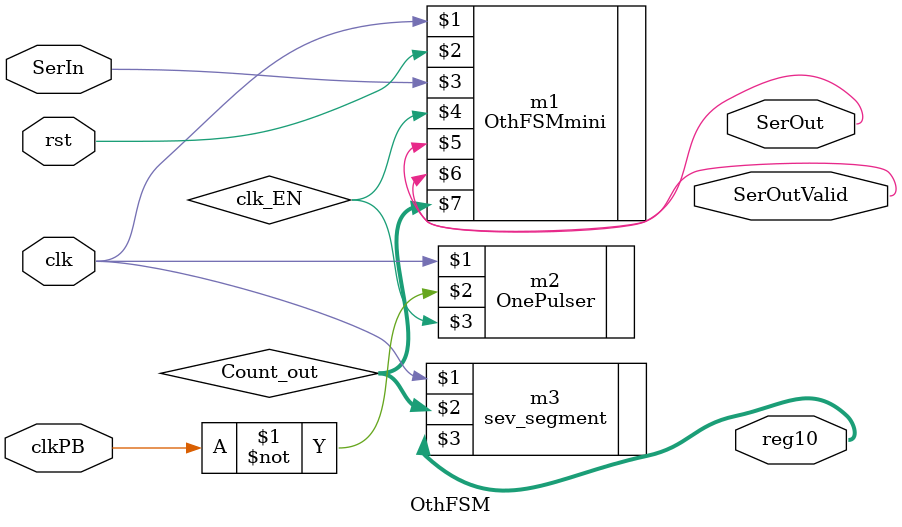
<source format=sv>
module OthFSM( input clk,rst,clkPB,SerIn,output reg SerOut, SerOutValid, output reg [6:0] reg10);
	 
	wire clk_EN;
	wire[3:0] Count_out;
	OthFSMmini m1(clk,rst,SerIn,clk_EN,SerOut,SerOutValid,Count_out);
	OnePulser m2(clk,~clkPB,clk_EN);
	sev_segment m3(clk,Count_out,reg10);
endmodule
</source>
